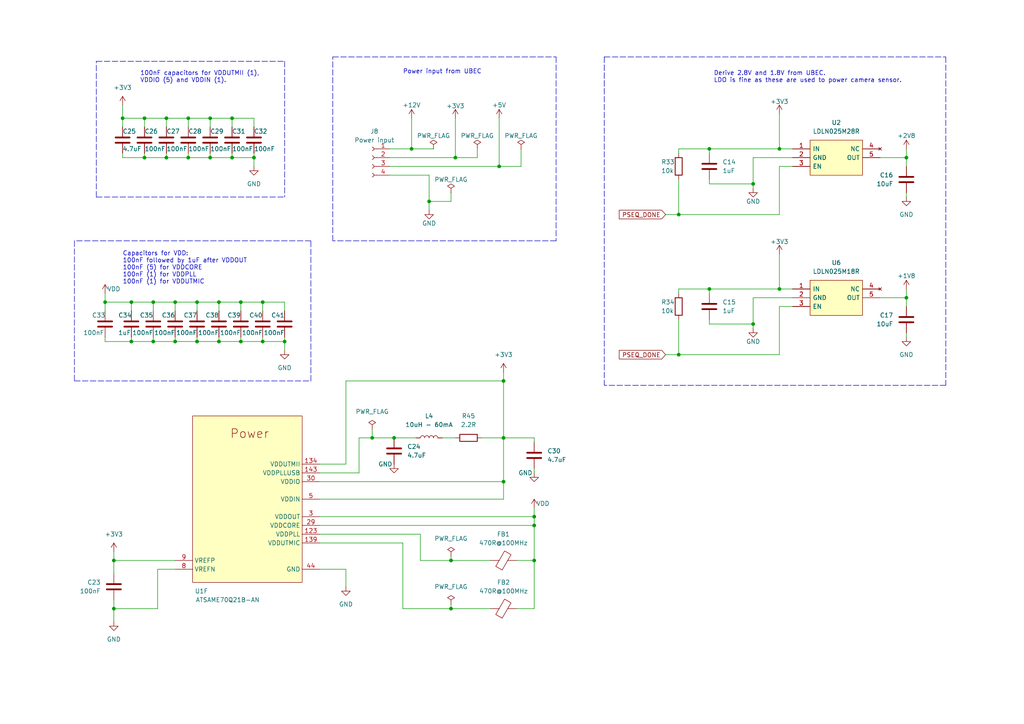
<source format=kicad_sch>
(kicad_sch (version 20211123) (generator eeschema)
  (paper "A4")
  (title_block (title "Flight Controller") (date "2023-01-29") (rev "0.1"))
  (lib_symbols
    (symbol "Connector:Conn_01x04_Female" (pin_names (offset 1.016) hide)
      (property "Reference" "J" (at 0 5.08 0))
      (property "Value" "Conn_01x04_Female" (at 0 -7.62 0))
      (symbol "Conn_01x04_Female_1_1"
        (arc (start 0 -4.572) (mid -0.508 -5.08) (end 0 -5.588) (stroke (width 0.1524)))
        (arc (start 0 -2.032) (mid -0.508 -2.54) (end 0 -3.048) (stroke (width 0.1524)))
        (polyline (pts (xy -1.27 -5.08) (xy -0.508 -5.08)) (stroke (width 0.1524)))
        (polyline (pts (xy -1.27 -2.54) (xy -0.508 -2.54)) (stroke (width 0.1524)))
        (polyline (pts (xy -1.27 0) (xy -0.508 0)) (stroke (width 0.1524)))
        (polyline (pts (xy -1.27 2.54) (xy -0.508 2.54)) (stroke (width 0.1524)))
        (arc (start 0 0.508) (mid -0.508 0) (end 0 -0.508) (stroke (width 0.1524)))
        (arc (start 0 3.048) (mid -0.508 2.54) (end 0 2.032) (stroke (width 0.1524)))
        (pin passive line (at -5.08 2.54 0) (length 3.81) (name "Pin_1") (number "1"))
        (pin passive line (at -5.08 0 0) (length 3.81) (name "Pin_2") (number "2"))
        (pin passive line (at -5.08 -2.54 0) (length 3.81) (name "Pin_3") (number "3"))
        (pin passive line (at -5.08 -5.08 0) (length 3.81) (name "Pin_4") (number "4"))
      )
    )
    (symbol "Device:C" (pin_numbers hide) (pin_names (offset 0.254))
      (property "Reference" "C" (at 0.635 2.54 0))
      (property "Value" "C" (at 0.635 -2.54 0))
      (symbol "C_0_1"
        (polyline (pts (xy -2.032 -0.762) (xy 2.032 -0.762)) (stroke (width 0.508)))
        (polyline (pts (xy -2.032 0.762) (xy 2.032 0.762)) (stroke (width 0.508)))
      )
      (symbol "C_1_1"
        (pin passive line (at 0 3.81 270) (length 2.794) (name "~") (number "1"))
        (pin passive line (at 0 -3.81 90) (length 2.794) (name "~") (number "2"))
      )
    )
    (symbol "Device:FerriteBead" (pin_numbers hide) (pin_names (offset 0))
      (property "Reference" "FB" (at -3.81 0.635 90))
      (property "Value" "FerriteBead" (at 3.81 0 90))
      (symbol "FerriteBead_0_1"
        (polyline (pts (xy 0 -1.27) (xy 0 -1.2192)))
        (polyline (pts (xy 0 1.27) (xy 0 1.2954)))
        (polyline (pts (xy -2.7686 0.4064) (xy -1.7018 2.2606) (xy 2.7686 -0.3048) (xy 1.6764 -2.159) (xy -2.7686 0.4064)))
      )
      (symbol "FerriteBead_1_1"
        (pin passive line (at 0 3.81 270) (length 2.54) (name "~") (number "1"))
        (pin passive line (at 0 -3.81 90) (length 2.54) (name "~") (number "2"))
      )
    )
    (symbol "Device:L" (pin_numbers hide) (pin_names (offset 1.016) hide)
      (property "Reference" "L" (at -1.27 0 90))
      (property "Value" "L" (at 1.905 0 90))
      (symbol "L_0_1"
        (arc (start 0 -2.54) (mid 0.635 -1.905) (end 0 -1.27))
        (arc (start 0 -1.27) (mid 0.635 -0.635) (end 0 0))
        (arc (start 0 0) (mid 0.635 0.635) (end 0 1.27))
        (arc (start 0 1.27) (mid 0.635 1.905) (end 0 2.54))
      )
      (symbol "L_1_1"
        (pin passive line (at 0 3.81 270) (length 1.27) (name "1") (number "1"))
        (pin passive line (at 0 -3.81 90) (length 1.27) (name "2") (number "2"))
      )
    )
    (symbol "Device:R" (pin_numbers hide) (pin_names (offset 0))
      (property "Reference" "R" (at 2.032 0 90))
      (property "Value" "R" (at 0 0 90))
      (symbol "R_0_1"
        (rectangle (start -1.016 -2.54) (end 1.016 2.54) (stroke (width 0.254)))
      )
      (symbol "R_1_1"
        (pin passive line (at 0 3.81 270) (length 1.27) (name "~") (number "1"))
        (pin passive line (at 0 -3.81 90) (length 1.27) (name "~") (number "2"))
      )
    )
    (symbol "LDLN025M18R:LDLN025M18R" (pin_names (offset 0.762))
      (property "Reference" "U" (at 21.59 7.62 0))
      (property "Value" "LDLN025M18R" (at 21.59 5.08 0))
      (symbol "LDLN025M18R_0_0"
        (pin power_in line (at 0 0 0) (length 5.08) (name "IN") (number "1"))
        (pin power_in line (at 0 -2.54 0) (length 5.08) (name "GND") (number "2"))
        (pin input line (at 0 -5.08 0) (length 5.08) (name "EN") (number "3"))
        (pin no_connect line (at 25.4 0 180) (length 5.08) (name "NC") (number "4"))
        (pin power_out line (at 25.4 -2.54 180) (length 5.08) (name "OUT") (number "5"))
      )
      (symbol "LDLN025M18R_0_1"
        (polyline (pts (xy 5.08 2.54) (xy 20.32 2.54) (xy 20.32 -7.62) (xy 5.08 -7.62) (xy 5.08 2.54)) (stroke (width 0.1524)) (fill (type background)))
      )
    )
    (symbol "LDLN025M28R:LDLN025M28R" (pin_names (offset 0.762))
      (property "Reference" "U" (at 21.59 7.62 0))
      (property "Value" "LDLN025M28R" (at 21.59 5.08 0))
      (symbol "LDLN025M28R_0_0"
        (pin power_in line (at 0 0 0) (length 5.08) (name "IN") (number "1"))
        (pin power_in line (at 0 -2.54 0) (length 5.08) (name "GND") (number "2"))
        (pin input line (at 0 -5.08 0) (length 5.08) (name "EN") (number "3"))
        (pin no_connect line (at 25.4 0 180) (length 5.08) (name "NC") (number "4"))
        (pin power_out line (at 25.4 -2.54 180) (length 5.08) (name "OUT") (number "5"))
      )
      (symbol "LDLN025M28R_0_1"
        (polyline (pts (xy 5.08 2.54) (xy 20.32 2.54) (xy 20.32 -7.62) (xy 5.08 -7.62) (xy 5.08 2.54)) (stroke (width 0.1524)) (fill (type background)))
      )
    )
    (symbol "atsame70q21b-an:ATSAME70Q21B-AN"
      (property "Reference" "U2" (at -15.24 -5.08 0))
      (property "Value" "ATSAME70Q21B-AN" (at -7.62 -2.54 0))
      (symbol "ATSAME70Q21B-AN_1_1"
        (rectangle (start -16.51 25.4) (end 16.51 0) (fill (type background)))
        (text "WiFi" (at 0 21.59 0) (effects (font (size 2.54 2.54))))
        (pin output line (at 21.59 13.97 180) (length 5.08) (name "PB4") (number "105"))
        (pin input line (at 21.59 8.89 180) (length 5.08) (name "PB1") (number "20"))
        (pin output clock (at 21.59 6.35 180) (length 5.08) (name "PB0/RTCOUT0") (number "21"))
        (pin output line (at 21.59 11.43 180) (length 5.08) (name "PB2") (number "26"))
      )
      (symbol "ATSAME70Q21B-AN_2_1"
        (rectangle (start -17.78 36.83) (end 16.51 0) (fill (type background)))
        (text "ISI" (at 0 33.02 0) (effects (font (size 2.54 2.54))))
        (pin bidirectional line (at 21.59 27.94 180) (length 5.08) (name "PA6/PCK0") (number "114"))
        (pin bidirectional line (at -22.86 22.86 0) (length 5.08) (name "PB3/ISI_D2") (number "31"))
        (pin bidirectional line (at 21.59 8.89 180) (length 5.08) (name "PA21") (number "32"))
        (pin bidirectional line (at 21.59 6.35 180) (length 5.08) (name "PA22") (number "37"))
        (pin bidirectional line (at 21.59 15.24 180) (length 5.08) (name "PD25/ISI_VREF") (number "52"))
        (pin bidirectional line (at 21.59 17.78 180) (length 5.08) (name "PD24/ISI_HSYNC") (number "55"))
        (pin bidirectional line (at 21.59 22.86 180) (length 5.08) (name "PA24/ISI_PCK") (number "56"))
        (pin bidirectional line (at -22.86 27.94 0) (length 5.08) (name "PD22/ISI_D0") (number "60"))
        (pin bidirectional line (at -22.86 25.4 0) (length 5.08) (name "PD21/ISI_D1") (number "63"))
        (pin bidirectional line (at -22.86 10.16 0) (length 5.08) (name "PA27/ISI_D7") (number "70"))
        (pin bidirectional line (at -22.86 17.78 0) (length 5.08) (name "PA5/ISI_D4") (number "73"))
        (pin bidirectional line (at -22.86 20.32 0) (length 5.08) (name "PA9/ISI_D3") (number "75"))
        (pin bidirectional line (at -22.86 12.7 0) (length 5.08) (name "PD12/ISI_D6") (number "92"))
        (pin bidirectional line (at -22.86 15.24 0) (length 5.08) (name "PD11/ISI_D5") (number "98"))
      )
      (symbol "ATSAME70Q21B-AN_3_1"
        (rectangle (start -19.05 60.96) (end 17.78 0) (fill (type background)))
        (text "SDRAM" (at 0 54.61 0) (effects (font (size 2.54 2.54))))
        (pin bidirectional line (at 22.86 22.86 180) (length 5.08) (name "PE3/D11") (number "10"))
        (pin bidirectional line (at 22.86 5.08 180) (length 5.08) (name "PD15/NBS1") (number "106"))
        (pin bidirectional line (at -24.13 5.08 0) (length 5.08) (name "PD29/SDWE") (number "108"))
        (pin bidirectional line (at 22.86 50.8 180) (length 5.08) (name "PC0/D0") (number "11"))
        (pin bidirectional line (at 22.86 7.62 180) (length 5.08) (name "PC18/NBS0") (number "111"))
        (pin bidirectional line (at -24.13 33.02 0) (length 5.08) (name "PC27/A9") (number "12"))
        (pin bidirectional line (at -24.13 50.8 0) (length 5.08) (name "PC20/A2") (number "120"))
        (pin bidirectional line (at -24.13 48.26 0) (length 5.08) (name "PC21/A3") (number "122"))
        (pin bidirectional line (at -24.13 45.72 0) (length 5.08) (name "PC22/A4") (number "124"))
        (pin bidirectional line (at -24.13 43.18 0) (length 5.08) (name "PC23/A5") (number "127"))
        (pin bidirectional line (at -24.13 35.56 0) (length 5.08) (name "PC26/A8") (number "13"))
        (pin bidirectional line (at -24.13 40.64 0) (length 5.08) (name "PC24/A6") (number "130"))
        (pin bidirectional line (at -24.13 38.1 0) (length 5.08) (name "PC25/A7") (number "133"))
        (pin bidirectional line (at -24.13 27.94 0) (length 5.08) (name "PC29/A11") (number "16"))
        (pin bidirectional line (at -24.13 12.7 0) (length 5.08) (name "PC15/SDCS") (number "18"))
        (pin bidirectional line (at -24.13 22.86 0) (length 5.08) (name "PA20/BA0") (number "22"))
        (pin bidirectional line (at 22.86 20.32 180) (length 5.08) (name "PE4/D12") (number "27"))
        (pin bidirectional line (at 22.86 17.78 180) (length 5.08) (name "PE5/D13") (number "28"))
        (pin bidirectional line (at 22.86 48.26 180) (length 5.08) (name "PC1/D1") (number "38"))
        (pin bidirectional line (at 22.86 45.72 180) (length 5.08) (name "PC2/D2") (number "39"))
        (pin bidirectional line (at 22.86 30.48 180) (length 5.08) (name "PE0/D8") (number "4"))
        (pin bidirectional line (at 22.86 43.18 180) (length 5.08) (name "PC3/D3") (number "40"))
        (pin bidirectional line (at 22.86 40.64 180) (length 5.08) (name "PC4/D4") (number "41"))
        (pin bidirectional line (at 22.86 12.7 180) (length 5.08) (name "PA16/D15") (number "45"))
        (pin bidirectional line (at 22.86 33.02 180) (length 5.08) (name "PC7/D7") (number "48"))
        (pin bidirectional line (at 22.86 15.24 180) (length 5.08) (name "PA15/D14") (number "49"))
        (pin bidirectional line (at 22.86 35.56 180) (length 5.08) (name "PC6/D6") (number "54"))
        (pin bidirectional line (at -24.13 17.78 0) (length 5.08) (name "PD23/SDCK") (number "57"))
        (pin bidirectional line (at 22.86 38.1 180) (length 5.08) (name "PC5/D5") (number "58"))
        (pin bidirectional line (at 22.86 27.94 180) (length 5.08) (name "PE1/D9") (number "6"))
        (pin bidirectional line (at 22.86 25.4 180) (length 5.08) (name "PE2/D10") (number "7"))
        (pin bidirectional line (at -24.13 7.62 0) (length 5.08) (name "PD17/CAS") (number "74"))
        (pin bidirectional line (at -24.13 30.48 0) (length 5.08) (name "PC28/A10") (number "76"))
        (pin bidirectional line (at -24.13 10.16 0) (length 5.08) (name "PD16/RAS") (number "78"))
        (pin bidirectional line (at -24.13 15.24 0) (length 5.08) (name "PD14/SDCKE") (number "84"))
        (pin bidirectional line (at -24.13 25.4 0) (length 5.08) (name "PD13/SDA10") (number "88"))
      )
      (symbol "ATSAME70Q21B-AN_4_1"
        (rectangle (start -21.59 39.37) (end 22.86 0) (fill (type background)))
        (text "Serial" (at 0 34.29 0) (effects (font (size 2.54 2.54))))
        (pin input line (at 27.94 8.89 180) (length 5.08) (name "PC12/CANRX") (number "17"))
        (pin output line (at 27.94 3.81 180) (length 5.08) (name "PC13") (number "19"))
        (pin input line (at -26.67 6.35 0) (length 5.08) (name "PD31/URXD3") (number "2"))
        (pin output line (at -26.67 8.89 0) (length 5.08) (name "P30/UTXD3") (number "34"))
        (pin output line (at 27.94 21.59 180) (length 5.08) (name "PA13/SQPI_QIO0") (number "42"))
        (pin output clock (at 27.94 26.67 180) (length 5.08) (name "PA14/QSPI_SCK") (number "51"))
        (pin output line (at 27.94 24.13 180) (length 5.08) (name "PA11/QSPI_QCS") (number "64"))
        (pin input line (at 27.94 29.21 180) (length 5.08) (name "PA12/QSPI_QIO1") (number "68"))
        (pin output clock (at -26.67 26.67 0) (length 5.08) (name "PA4/TWCK0") (number "77"))
        (pin bidirectional line (at -26.67 29.21 0) (length 5.08) (name "PA3/TWD0") (number "91"))
        (pin output line (at 27.94 6.35 180) (length 5.08) (name "PC14/CANTX1") (number "97"))
      )
      (symbol "ATSAME70Q21B-AN_5_1"
        (rectangle (start -19.05 38.1) (end 17.78 0) (fill (type background)))
        (text "Debug" (at 0 31.75 0) (effects (font (size 2.54 2.54))))
        (pin input line (at -24.13 17.78 0) (length 5.08) (name "JTAGSEL") (number "104"))
        (pin bidirectional line (at -24.13 5.08 0) (length 5.08) (name "PB5/TRACESWO") (number "109"))
        (pin output clock (at 22.86 15.24 180) (length 5.08) (name "PD8/TRACEDCLK") (number "113"))
        (pin input line (at 22.86 17.78 180) (length 5.08) (name "PD7/TRACED3") (number "119"))
        (pin input line (at 22.86 20.32 180) (length 5.08) (name "PD6/TRACED2") (number "121"))
        (pin input line (at 22.86 22.86 180) (length 5.08) (name "PD5/TRACED1") (number "125"))
        (pin input line (at 22.86 25.4 180) (length 5.08) (name "PD4/TRACED0") (number "126"))
        (pin bidirectional line (at -24.13 7.62 0) (length 5.08) (name "PB6/SWIO") (number "79"))
        (pin bidirectional line (at -24.13 25.4 0) (length 5.08) (name "NRST") (number "83"))
        (pin input line (at -24.13 22.86 0) (length 5.08) (name "TST") (number "85"))
        (pin input clock (at -24.13 10.16 0) (length 5.08) (name "PB7/SWCLK") (number "89"))
      )
      (symbol "ATSAME70Q21B-AN_6_1"
        (rectangle (start -17.78 48.26) (end 13.97 0) (fill (type background)))
        (text "Power" (at -1.27 43.18 0) (effects (font (size 2.54 2.54))))
        (pin passive line (at 19.05 16.51 180) (length 5.08) hide (name "VDDCORE") (number "107"))
        (pin passive line (at 19.05 3.81 180) (length 5.08) hide (name "GND") (number "115"))
        (pin power_in line (at 19.05 13.97 180) (length 5.08) (name "VDDPLL") (number "123"))
        (pin power_in line (at 19.05 34.29 180) (length 5.08) (name "VDDUTMII") (number "134"))
        (pin passive line (at 19.05 3.81 180) (length 5.08) hide (name "GND") (number "135"))
        (pin passive line (at 19.05 3.81 180) (length 5.08) hide (name "GND") (number "138"))
        (pin power_in line (at 19.05 11.43 180) (length 5.08) (name "VDDUTMIC") (number "139"))
        (pin power_in line (at 19.05 31.75 180) (length 5.08) (name "VDDPLLUSB") (number "143"))
        (pin power_in line (at 19.05 16.51 180) (length 5.08) (name "VDDCORE") (number "29"))
        (pin power_out line (at 19.05 19.05 180) (length 5.08) (name "VDDOUT") (number "3"))
        (pin power_in line (at 19.05 29.21 180) (length 5.08) (name "VDDIO") (number "30"))
        (pin passive line (at 19.05 16.51 180) (length 5.08) hide (name "VDDCORE") (number "33"))
        (pin passive line (at 19.05 29.21 180) (length 5.08) hide (name "VDDIO") (number "43"))
        (pin power_in line (at 19.05 3.81 180) (length 5.08) (name "GND") (number "44"))
        (pin power_in line (at 19.05 24.13 180) (length 5.08) (name "VDDIN") (number "5"))
        (pin passive line (at 19.05 16.51 180) (length 5.08) hide (name "VDDCORE") (number "50"))
        (pin passive line (at 19.05 3.81 180) (length 5.08) hide (name "GND") (number "61"))
        (pin passive line (at 19.05 29.21 180) (length 5.08) hide (name "VDDIO") (number "72"))
        (pin power_in line (at -22.86 3.81 0) (length 5.08) (name "VREFN") (number "8"))
        (pin passive line (at 19.05 29.21 180) (length 5.08) hide (name "VDDIO") (number "80"))
        (pin passive line (at 19.05 16.51 180) (length 5.08) hide (name "VDDCORE") (number "81"))
        (pin power_in line (at -22.86 6.35 0) (length 5.08) (name "VREFP") (number "9"))
        (pin passive line (at 19.05 3.81 180) (length 5.08) hide (name "GND") (number "95"))
        (pin passive line (at 19.05 29.21 180) (length 5.08) hide (name "VDDIO") (number "96"))
      )
      (symbol "ATSAME70Q21B-AN_7_1"
        (rectangle (start -27.94 72.39) (end 26.67 0) (fill (type background)))
        (rectangle (start 31.75 63.5) (end 31.75 63.5))
        (text "GPIO/EXTI" (at -1.27 62.23 0) (effects (font (size 2.54 2.54))))
        (pin bidirectional line (at 31.75 34.29 180) (length 5.08) (name "PD0") (number "1"))
        (pin bidirectional line (at 31.75 49.53 180) (length 5.08) (name "PC16") (number "100"))
        (pin bidirectional line (at 31.75 21.59 180) (length 5.08) (name "PD10") (number "101"))
        (pin bidirectional line (at -33.02 46.99 0) (length 5.08) (name "PA0") (number "102"))
        (pin bidirectional line (at 31.75 46.99 180) (length 5.08) (name "PC17") (number "103"))
        (pin bidirectional line (at 31.75 24.13 180) (length 5.08) (name "PD9") (number "110"))
        (pin bidirectional line (at -33.02 21.59 0) (length 5.08) (name "PA28") (number "112"))
        (pin bidirectional line (at -33.02 16.51 0) (length 5.08) (name "PA30") (number "116"))
        (pin bidirectional line (at 31.75 44.45 180) (length 5.08) (name "PC19") (number "117"))
        (pin bidirectional line (at -33.02 13.97 0) (length 5.08) (name "PA31") (number "118"))
        (pin bidirectional line (at 31.75 26.67 180) (length 5.08) (name "PD3") (number "128"))
        (pin bidirectional line (at -33.02 19.05 0) (length 5.08) (name "PA29") (number "129"))
        (pin bidirectional line (at 31.75 29.21 180) (length 5.08) (name "PD2") (number "131"))
        (pin bidirectional line (at 31.75 31.75 180) (length 5.08) (name "PD1") (number "132"))
        (pin bidirectional line (at 31.75 39.37 180) (length 5.08) (name "PC31") (number "14"))
        (pin bidirectional line (at 31.75 41.91 180) (length 5.08) (name "PC30") (number "15"))
        (pin bidirectional line (at -33.02 31.75 0) (length 5.08) (name "PA19") (number "23"))
        (pin bidirectional line (at -33.02 34.29 0) (length 5.08) (name "PA18") (number "24"))
        (pin bidirectional line (at -33.02 36.83 0) (length 5.08) (name "PA17") (number "25"))
        (pin bidirectional line (at -33.02 29.21 0) (length 5.08) (name "PA23") (number "46"))
        (pin bidirectional line (at 31.75 8.89 180) (length 5.08) (name "PD27") (number "47"))
        (pin bidirectional line (at 31.75 11.43 180) (length 5.08) (name "PD26") (number "53"))
        (pin bidirectional line (at -33.02 26.67 0) (length 5.08) (name "PA25") (number "59"))
        (pin bidirectional line (at -33.02 24.13 0) (length 5.08) (name "PA26") (number "62"))
        (pin bidirectional line (at 31.75 13.97 180) (length 5.08) (name "PD20") (number "65"))
        (pin bidirectional line (at -33.02 39.37 0) (length 5.08) (name "PA10") (number "66"))
        (pin bidirectional line (at 31.75 16.51 180) (length 5.08) (name "PD19") (number "67"))
        (pin bidirectional line (at 31.75 19.05 180) (length 5.08) (name "PD18") (number "69"))
        (pin bidirectional line (at 31.75 6.35 180) (length 5.08) (name "PD28") (number "71"))
        (pin bidirectional line (at 31.75 59.69 180) (length 5.08) (name "PC8") (number "82"))
        (pin bidirectional line (at 31.75 57.15 180) (length 5.08) (name "PC9") (number "86"))
        (pin bidirectional line (at -33.02 8.89 0) (length 5.08) (name "PB12/ERASE") (number "87"))
        (pin bidirectional line (at 31.75 54.61 180) (length 5.08) (name "PC10") (number "90"))
        (pin bidirectional line (at -33.02 41.91 0) (length 5.08) (name "PA2") (number "93"))
        (pin bidirectional line (at 31.75 52.07 180) (length 5.08) (name "PC11") (number "94"))
        (pin bidirectional line (at -33.02 44.45 0) (length 5.08) (name "PA1") (number "99"))
      )
      (symbol "ATSAME70Q21B-AN_8_1"
        (rectangle (start -13.97 25.4) (end 15.24 0) (fill (type background)))
        (text "USB" (at 0 21.59 0) (effects (font (size 2.54 2.54))))
        (pin bidirectional line (at -19.05 8.89 0) (length 5.08) (name "HSDM") (number "136"))
        (pin bidirectional line (at -19.05 11.43 0) (length 5.08) (name "HSDP") (number "137"))
        (pin input line (at -19.05 6.35 0) (length 5.08) (name "VBG") (number "140"))
        (pin bidirectional line (at -19.05 16.51 0) (length 5.08) (name "PB13") (number "144"))
      )
      (symbol "ATSAME70Q21B-AN_9_1"
        (rectangle (start -16.51 17.78) (end 16.51 0) (fill (type background)))
        (text "Crystals" (at 0 13.97 0) (effects (font (size 2.54 2.54))))
        (pin bidirectional line (at 21.59 7.62 180) (length 5.08) (name "PB8/XOUT") (number "141"))
        (pin bidirectional line (at 21.59 5.08 180) (length 5.08) (name "PB9/XIN") (number "142"))
        (pin bidirectional line (at -21.59 7.62 0) (length 5.08) (name "PA7/XIN32") (number "35"))
        (pin bidirectional line (at -21.59 5.08 0) (length 5.08) (name "PA8/XOUT32") (number "36"))
      )
    )
    (symbol "power:+12V" (power) (pin_names (offset 0))
      (property "Value" "+12V" (at 0 3.556 0))
      (symbol "+12V_0_1"
        (polyline (pts (xy -0.762 1.27) (xy 0 2.54)))
        (polyline (pts (xy 0 0) (xy 0 2.54)))
        (polyline (pts (xy 0 2.54) (xy 0.762 1.27)))
      )
      (symbol "+12V_1_1"
        (pin power_in line (at 0 0 90) (length 0) hide (name "+12V") (number "1"))
      )
    )
    (symbol "power:+1V8" (power) (pin_names (offset 0))
      (property "Value" "+1V8" (at 0 3.556 0))
      (symbol "+1V8_0_1"
        (polyline (pts (xy -0.762 1.27) (xy 0 2.54)))
        (polyline (pts (xy 0 0) (xy 0 2.54)))
        (polyline (pts (xy 0 2.54) (xy 0.762 1.27)))
      )
      (symbol "+1V8_1_1"
        (pin power_in line (at 0 0 90) (length 0) hide (name "+1V8") (number "1"))
      )
    )
    (symbol "power:+2V8" (power) (pin_names (offset 0))
      (property "Value" "+2V8" (at 0 3.556 0))
      (symbol "+2V8_0_1"
        (polyline (pts (xy -0.762 1.27) (xy 0 2.54)))
        (polyline (pts (xy 0 0) (xy 0 2.54)))
        (polyline (pts (xy 0 2.54) (xy 0.762 1.27)))
      )
      (symbol "+2V8_1_1"
        (pin power_in line (at 0 0 90) (length 0) hide (name "+2V8") (number "1"))
      )
    )
    (symbol "power:+3V3" (power) (pin_names (offset 0))
      (property "Value" "+3V3" (at 0 3.556 0))
      (symbol "+3V3_0_1"
        (polyline (pts (xy -0.762 1.27) (xy 0 2.54)))
        (polyline (pts (xy 0 0) (xy 0 2.54)))
        (polyline (pts (xy 0 2.54) (xy 0.762 1.27)))
      )
      (symbol "+3V3_1_1"
        (pin power_in line (at 0 0 90) (length 0) hide (name "+3V3") (number "1"))
      )
    )
    (symbol "power:+5V" (power) (pin_names (offset 0))
      (property "Value" "+5V" (at 0 3.556 0))
      (symbol "+5V_0_1"
        (polyline (pts (xy -0.762 1.27) (xy 0 2.54)))
        (polyline (pts (xy 0 0) (xy 0 2.54)))
        (polyline (pts (xy 0 2.54) (xy 0.762 1.27)))
      )
      (symbol "+5V_1_1"
        (pin power_in line (at 0 0 90) (length 0) hide (name "+5V") (number "1"))
      )
    )
    (symbol "power:GND" (power) (pin_names (offset 0))
      (property "Value" "GND" (at 0 -3.81 0))
      (symbol "GND_0_1"
        (polyline (pts (xy 0 0) (xy 0 -1.27) (xy 1.27 -1.27) (xy 0 -2.54) (xy -1.27 -1.27) (xy 0 -1.27)))
      )
      (symbol "GND_1_1"
        (pin power_in line (at 0 0 270) (length 0) hide (name "GND") (number "1"))
      )
    )
    (symbol "power:PWR_FLAG" (power) (pin_numbers hide) (pin_names (offset 0) hide)
      (property "Value" "PWR_FLAG" (at 0 3.81 0))
      (symbol "PWR_FLAG_0_0"
        (pin power_out line (at 0 0 90) (length 0) (name "pwr") (number "1"))
      )
      (symbol "PWR_FLAG_0_1"
        (polyline (pts (xy 0 0) (xy 0 1.27) (xy -1.016 1.905) (xy 0 2.54) (xy 1.016 1.905) (xy 0 1.27)))
      )
    )
    (symbol "power:VDD" (power) (pin_names (offset 0))
      (property "Value" "VDD" (at 0 3.81 0))
      (symbol "VDD_0_1"
        (polyline (pts (xy -0.762 1.27) (xy 0 2.54)))
        (polyline (pts (xy 0 0) (xy 0 2.54)))
        (polyline (pts (xy 0 2.54) (xy 0.762 1.27)))
      )
      (symbol "VDD_1_1"
        (pin power_in line (at 0 0 90) (length 0) hide (name "VDD") (number "1"))
      )
    )
  )
  (junction (at 63.5 87.63))
  (junction (at 57.15 99.06))
  (junction (at 196.85 102.87))
  (junction (at 67.31 34.29))
  (junction (at 33.02 176.53))
  (junction (at 44.45 87.63))
  (junction (at 57.15 87.63))
  (junction (at 82.55 99.06))
  (junction (at 50.8 87.63))
  (junction (at 76.2 87.63))
  (junction (at 30.48 87.63))
  (junction (at 44.45 99.06))
  (junction (at 48.26 34.29))
  (junction (at 41.91 45.72))
  (junction (at 262.89 86.36))
  (junction (at 63.5 99.06))
  (junction (at 154.94 162.56))
  (junction (at 69.85 99.06))
  (junction (at 67.31 45.72))
  (junction (at 132.08 45.72))
  (junction (at 114.3 127))
  (junction (at 196.85 62.23))
  (junction (at 119.38 43.18))
  (junction (at 48.26 45.72))
  (junction (at 124.46 58.42))
  (junction (at 54.61 34.29))
  (junction (at 144.78 48.26))
  (junction (at 50.8 99.06))
  (junction (at 146.05 127))
  (junction (at 205.74 43.18))
  (junction (at 146.05 110.49))
  (junction (at 60.96 34.29))
  (junction (at 38.1 99.06))
  (junction (at 33.02 162.56))
  (junction (at 69.85 87.63))
  (junction (at 35.56 34.29))
  (junction (at 226.06 83.82))
  (junction (at 76.2 99.06))
  (junction (at 154.94 149.86))
  (junction (at 218.44 53.34))
  (junction (at 262.89 45.72))
  (junction (at 107.95 127))
  (junction (at 205.74 83.82))
  (junction (at 154.94 152.4))
  (junction (at 54.61 45.72))
  (junction (at 146.05 139.7))
  (junction (at 73.66 45.72))
  (junction (at 226.06 43.18))
  (junction (at 60.96 45.72))
  (junction (at 38.1 87.63))
  (junction (at 218.44 93.98))
  (junction (at 130.81 162.56))
  (junction (at 130.81 176.53))
  (junction (at 41.91 34.29))
  (wire (pts (xy 30.48 97.79) (xy 30.48 99.06)))
  (wire (pts (xy 218.44 53.34) (xy 218.44 45.72)))
  (polyline (pts (xy 90.17 69.85) (xy 21.59 69.85)))
  (wire (pts (xy 149.86 176.53) (xy 154.94 176.53)))
  (wire (pts (xy 218.44 95.25) (xy 218.44 93.98)))
  (wire (pts (xy 76.2 87.63) (xy 76.2 90.17)))
  (wire (pts (xy 69.85 90.17) (xy 69.85 87.63)))
  (wire (pts (xy 35.56 44.45) (xy 35.56 45.72)))
  (wire (pts (xy 218.44 86.36) (xy 229.87 86.36)))
  (wire (pts (xy 262.89 96.52) (xy 262.89 97.79)))
  (wire (pts (xy 60.96 44.45) (xy 60.96 45.72)))
  (wire (pts (xy 48.26 36.83) (xy 48.26 34.29)))
  (wire (pts (xy 48.26 34.29) (xy 54.61 34.29)))
  (wire (pts (xy 38.1 87.63) (xy 44.45 87.63)))
  (wire (pts (xy 48.26 45.72) (xy 48.26 44.45)))
  (polyline (pts (xy 161.29 16.51) (xy 161.29 69.85)))
  (wire (pts (xy 130.81 175.26) (xy 130.81 176.53)))
  (wire (pts (xy 116.84 157.48) (xy 116.84 176.53)))
  (wire (pts (xy 218.44 54.61) (xy 218.44 53.34)))
  (wire (pts (xy 218.44 45.72) (xy 229.87 45.72)))
  (wire (pts (xy 30.48 90.17) (xy 30.48 87.63)))
  (wire (pts (xy 82.55 99.06) (xy 82.55 101.6)))
  (wire (pts (xy 69.85 99.06) (xy 69.85 97.79)))
  (wire (pts (xy 50.8 87.63) (xy 50.8 90.17)))
  (wire (pts (xy 121.92 162.56) (xy 130.81 162.56)))
  (wire (pts (xy 76.2 99.06) (xy 69.85 99.06)))
  (wire (pts (xy 100.33 165.1) (xy 100.33 170.18)))
  (wire (pts (xy 92.71 137.16) (xy 104.14 137.16)))
  (wire (pts (xy 205.74 43.18) (xy 226.06 43.18)))
  (wire (pts (xy 130.81 162.56) (xy 142.24 162.56)))
  (wire (pts (xy 193.04 102.87) (xy 196.85 102.87)))
  (polyline (pts (xy 21.59 69.85) (xy 21.59 110.49)))
  (wire (pts (xy 92.71 152.4) (xy 154.94 152.4)))
  (wire (pts (xy 107.95 124.46) (xy 107.95 127)))
  (wire (pts (xy 41.91 36.83) (xy 41.91 34.29)))
  (wire (pts (xy 44.45 99.06) (xy 44.45 97.79)))
  (wire (pts (xy 151.13 48.26) (xy 151.13 43.18)))
  (wire (pts (xy 30.48 99.06) (xy 38.1 99.06)))
  (wire (pts (xy 114.3 127) (xy 120.65 127)))
  (wire (pts (xy 262.89 83.82) (xy 262.89 86.36)))
  (wire (pts (xy 38.1 99.06) (xy 44.45 99.06)))
  (wire (pts (xy 205.74 83.82) (xy 226.06 83.82)))
  (wire (pts (xy 116.84 176.53) (xy 130.81 176.53)))
  (wire (pts (xy 41.91 34.29) (xy 48.26 34.29)))
  (wire (pts (xy 107.95 127) (xy 114.3 127)))
  (wire (pts (xy 116.84 157.48) (xy 92.71 157.48)))
  (wire (pts (xy 60.96 45.72) (xy 67.31 45.72)))
  (wire (pts (xy 196.85 52.07) (xy 196.85 62.23)))
  (wire (pts (xy 128.27 127) (xy 132.08 127)))
  (wire (pts (xy 73.66 45.72) (xy 73.66 44.45)))
  (polyline (pts (xy 27.94 17.78) (xy 82.55 17.78)))
  (wire (pts (xy 146.05 127) (xy 154.94 127)))
  (wire (pts (xy 113.03 50.8) (xy 124.46 50.8)))
  (wire (pts (xy 146.05 144.78) (xy 146.05 139.7)))
  (wire (pts (xy 73.66 45.72) (xy 73.66 48.26)))
  (wire (pts (xy 226.06 88.9) (xy 226.06 102.87)))
  (wire (pts (xy 82.55 90.17) (xy 82.55 87.63)))
  (polyline (pts (xy 274.32 111.76) (xy 175.26 111.76)))
  (wire (pts (xy 154.94 162.56) (xy 154.94 152.4)))
  (wire (pts (xy 54.61 44.45) (xy 54.61 45.72)))
  (wire (pts (xy 54.61 45.72) (xy 48.26 45.72)))
  (wire (pts (xy 104.14 127) (xy 107.95 127)))
  (wire (pts (xy 92.71 139.7) (xy 146.05 139.7)))
  (wire (pts (xy 196.85 44.45) (xy 196.85 43.18)))
  (polyline (pts (xy 82.55 17.78) (xy 82.55 57.15)))
  (wire (pts (xy 113.03 43.18) (xy 119.38 43.18)))
  (wire (pts (xy 130.81 161.29) (xy 130.81 162.56)))
  (wire (pts (xy 67.31 45.72) (xy 73.66 45.72)))
  (wire (pts (xy 104.14 137.16) (xy 104.14 127)))
  (wire (pts (xy 38.1 97.79) (xy 38.1 99.06)))
  (wire (pts (xy 54.61 45.72) (xy 60.96 45.72)))
  (wire (pts (xy 38.1 87.63) (xy 38.1 90.17)))
  (wire (pts (xy 262.89 86.36) (xy 262.89 88.9)))
  (polyline (pts (xy 175.26 16.51) (xy 274.32 16.51)))
  (wire (pts (xy 92.71 144.78) (xy 146.05 144.78)))
  (wire (pts (xy 226.06 83.82) (xy 229.87 83.82)))
  (wire (pts (xy 60.96 34.29) (xy 67.31 34.29)))
  (polyline (pts (xy 27.94 57.15) (xy 82.55 57.15)))
  (wire (pts (xy 33.02 176.53) (xy 33.02 180.34)))
  (wire (pts (xy 69.85 87.63) (xy 76.2 87.63)))
  (wire (pts (xy 196.85 83.82) (xy 205.74 83.82)))
  (wire (pts (xy 113.03 45.72) (xy 132.08 45.72)))
  (polyline (pts (xy 274.32 16.51) (xy 274.32 111.76)))
  (polyline (pts (xy 27.94 17.78) (xy 27.94 17.78)))
  (wire (pts (xy 154.94 135.89) (xy 154.94 137.16)))
  (polyline (pts (xy 175.26 16.51) (xy 175.26 111.76)))
  (wire (pts (xy 54.61 34.29) (xy 60.96 34.29)))
  (wire (pts (xy 45.72 165.1) (xy 45.72 176.53)))
  (wire (pts (xy 124.46 58.42) (xy 124.46 50.8)))
  (wire (pts (xy 124.46 58.42) (xy 130.81 58.42)))
  (wire (pts (xy 76.2 99.06) (xy 82.55 99.06)))
  (wire (pts (xy 205.74 53.34) (xy 218.44 53.34)))
  (wire (pts (xy 41.91 45.72) (xy 48.26 45.72)))
  (wire (pts (xy 33.02 162.56) (xy 50.8 162.56)))
  (wire (pts (xy 63.5 97.79) (xy 63.5 99.06)))
  (wire (pts (xy 45.72 165.1) (xy 50.8 165.1)))
  (wire (pts (xy 146.05 127) (xy 139.7 127)))
  (polyline (pts (xy 27.94 57.15) (xy 27.94 17.78)))
  (wire (pts (xy 76.2 87.63) (xy 82.55 87.63)))
  (wire (pts (xy 196.85 43.18) (xy 205.74 43.18)))
  (wire (pts (xy 57.15 99.06) (xy 50.8 99.06)))
  (wire (pts (xy 226.06 73.66) (xy 226.06 83.82)))
  (wire (pts (xy 33.02 173.99) (xy 33.02 176.53)))
  (wire (pts (xy 33.02 160.02) (xy 33.02 162.56)))
  (wire (pts (xy 100.33 110.49) (xy 146.05 110.49)))
  (wire (pts (xy 35.56 34.29) (xy 41.91 34.29)))
  (wire (pts (xy 146.05 127) (xy 146.05 139.7)))
  (polyline (pts (xy 175.26 16.51) (xy 175.26 26.67)))
  (wire (pts (xy 35.56 45.72) (xy 41.91 45.72)))
  (wire (pts (xy 154.94 127) (xy 154.94 128.27)))
  (wire (pts (xy 196.85 62.23) (xy 226.06 62.23)))
  (wire (pts (xy 63.5 99.06) (xy 57.15 99.06)))
  (wire (pts (xy 67.31 44.45) (xy 67.31 45.72)))
  (wire (pts (xy 113.03 48.26) (xy 144.78 48.26)))
  (wire (pts (xy 226.06 33.02) (xy 226.06 43.18)))
  (wire (pts (xy 146.05 107.95) (xy 146.05 110.49)))
  (wire (pts (xy 60.96 34.29) (xy 60.96 36.83)))
  (polyline (pts (xy 96.52 16.51) (xy 161.29 16.51)))
  (wire (pts (xy 255.27 45.72) (xy 262.89 45.72)))
  (wire (pts (xy 196.85 92.71) (xy 196.85 102.87)))
  (wire (pts (xy 205.74 44.45) (xy 205.74 43.18)))
  (wire (pts (xy 44.45 87.63) (xy 50.8 87.63)))
  (wire (pts (xy 205.74 93.98) (xy 218.44 93.98)))
  (wire (pts (xy 63.5 99.06) (xy 69.85 99.06)))
  (wire (pts (xy 154.94 149.86) (xy 154.94 152.4)))
  (wire (pts (xy 30.48 85.09) (xy 30.48 87.63)))
  (wire (pts (xy 92.71 154.94) (xy 121.92 154.94)))
  (wire (pts (xy 57.15 87.63) (xy 57.15 90.17)))
  (wire (pts (xy 35.56 34.29) (xy 35.56 36.83)))
  (wire (pts (xy 121.92 154.94) (xy 121.92 162.56)))
  (wire (pts (xy 54.61 34.29) (xy 54.61 36.83)))
  (wire (pts (xy 44.45 99.06) (xy 50.8 99.06)))
  (wire (pts (xy 146.05 110.49) (xy 146.05 127)))
  (wire (pts (xy 144.78 48.26) (xy 151.13 48.26)))
  (wire (pts (xy 67.31 34.29) (xy 67.31 36.83)))
  (wire (pts (xy 154.94 162.56) (xy 154.94 176.53)))
  (polyline (pts (xy 161.29 69.85) (xy 96.52 69.85)))
  (wire (pts (xy 132.08 34.29) (xy 132.08 45.72)))
  (wire (pts (xy 50.8 97.79) (xy 50.8 99.06)))
  (wire (pts (xy 57.15 87.63) (xy 50.8 87.63)))
  (wire (pts (xy 92.71 149.86) (xy 154.94 149.86)))
  (polyline (pts (xy 21.59 110.49) (xy 90.17 110.49)))
  (wire (pts (xy 100.33 110.49) (xy 100.33 134.62)))
  (wire (pts (xy 45.72 176.53) (xy 33.02 176.53)))
  (wire (pts (xy 255.27 86.36) (xy 262.89 86.36)))
  (wire (pts (xy 63.5 87.63) (xy 69.85 87.63)))
  (wire (pts (xy 226.06 48.26) (xy 229.87 48.26)))
  (wire (pts (xy 130.81 176.53) (xy 142.24 176.53)))
  (wire (pts (xy 149.86 162.56) (xy 154.94 162.56)))
  (wire (pts (xy 138.43 45.72) (xy 138.43 43.18)))
  (wire (pts (xy 196.85 85.09) (xy 196.85 83.82)))
  (wire (pts (xy 119.38 43.18) (xy 125.73 43.18)))
  (wire (pts (xy 154.94 147.32) (xy 154.94 149.86)))
  (wire (pts (xy 226.06 88.9) (xy 229.87 88.9)))
  (polyline (pts (xy 96.52 69.85) (xy 96.52 16.51)))
  (wire (pts (xy 196.85 102.87) (xy 226.06 102.87)))
  (wire (pts (xy 44.45 87.63) (xy 44.45 90.17)))
  (wire (pts (xy 73.66 34.29) (xy 73.66 36.83)))
  (wire (pts (xy 205.74 85.09) (xy 205.74 83.82)))
  (wire (pts (xy 262.89 43.18) (xy 262.89 45.72)))
  (wire (pts (xy 33.02 166.37) (xy 33.02 162.56)))
  (wire (pts (xy 218.44 93.98) (xy 218.44 86.36)))
  (wire (pts (xy 41.91 44.45) (xy 41.91 45.72)))
  (polyline (pts (xy 90.17 110.49) (xy 90.17 69.85)))
  (wire (pts (xy 262.89 55.88) (xy 262.89 57.15)))
  (wire (pts (xy 76.2 97.79) (xy 76.2 99.06)))
  (wire (pts (xy 205.74 52.07) (xy 205.74 53.34)))
  (wire (pts (xy 262.89 45.72) (xy 262.89 48.26)))
  (wire (pts (xy 57.15 97.79) (xy 57.15 99.06)))
  (wire (pts (xy 205.74 92.71) (xy 205.74 93.98)))
  (wire (pts (xy 130.81 58.42) (xy 130.81 55.88)))
  (wire (pts (xy 132.08 45.72) (xy 138.43 45.72)))
  (wire (pts (xy 226.06 43.18) (xy 229.87 43.18)))
  (wire (pts (xy 30.48 87.63) (xy 38.1 87.63)))
  (wire (pts (xy 193.04 62.23) (xy 196.85 62.23)))
  (wire (pts (xy 119.38 34.29) (xy 119.38 43.18)))
  (wire (pts (xy 57.15 87.63) (xy 63.5 87.63)))
  (wire (pts (xy 67.31 34.29) (xy 73.66 34.29)))
  (wire (pts (xy 144.78 34.29) (xy 144.78 48.26)))
  (wire (pts (xy 63.5 87.63) (xy 63.5 90.17)))
  (wire (pts (xy 100.33 134.62) (xy 92.71 134.62)))
  (wire (pts (xy 82.55 99.06) (xy 82.55 97.79)))
  (wire (pts (xy 35.56 30.48) (xy 35.56 34.29)))
  (wire (pts (xy 226.06 48.26) (xy 226.06 62.23)))
  (wire (pts (xy 124.46 60.96) (xy 124.46 58.42)))
  (wire (pts (xy 100.33 165.1) (xy 92.71 165.1)))
  (text "Capacitors for VDD:\n100nF followed by 1uF after VDDOUT\n100nF (5) for VDDCORE\n100nF (1) for VDDPLL\n100nF (1) for VDDUTMIC" (at 35.56 82.55 0) (effects (font (size 1.27 1.27)) (justify left bottom)))
  (text "Power input from UBEC" (at 116.84 21.59 0) (effects (font (size 1.27 1.27)) (justify left bottom)))
  (text "100nF capacitors for VDDUTMII (1),\nVDDIO (5) and VDDIN (1)." (at 40.64 24.13 0) (effects (font (size 1.27 1.27)) (justify left bottom)))
  (text "Derive 2.8V and 1.8V from UBEC.\nLDO is fine as these are used to power camera sensor." (at 207.01 24.13 0) (effects (font (size 1.27 1.27)) (justify left bottom)))
  (global_label "PSEQ_DONE" (shape input) (at 193.04 102.87 180) (property "Intersheet References" "${INTERSHEET_REFS}" (effects hide)))
  (global_label "PSEQ_DONE" (shape input) (at 193.04 62.23 180) (property "Intersheet References" "${INTERSHEET_REFS}" (effects hide)))
  (symbol (lib_id "Device:R") (at 135.89 127 90) (unit 1)
    (property "Reference" "R45" (at 135.89 120.65 90))
    (property "Value" "2.2R" (at 135.89 123.19 90))
    (property "Footprint" "Resistor_SMD:R_0201_0603Metric_Pad0.64x0.40mm_HandSolder" (effects hide))
  )
  (symbol (lib_id "power:GND") (at 154.94 137.16 0) (unit 1)
    (property "Reference" "#PWR072" (effects hide))
    (property "Value" "GND" (at 152.4 137.16 0))
  )
  (symbol (lib_id "atsame70q21b-an:ATSAME70Q21B-AN") (at 73.66 168.91 0) (unit 6)
    (property "Reference" "U1" (at 58.42 171.45 0))
    (property "Value" "ATSAME70Q21B-AN" (at 66.04 173.99 0))
    (property "Footprint" "Package_QFP:LQFP-144_20x20mm_P0.5mm" (effects hide))
    (property "Datasheet" "http://ww1.microchip.com/downloads/en/DeviceDoc/SAM-E70-S70-V70-V71-Family-Data-Sheet-DS60001527D.pdf" (effects hide))
  )
  (symbol (lib_id "power:+5V") (at 144.78 34.29 0) (unit 1)
    (property "Reference" "#PWR04" (effects hide))
    (property "Value" "+5V" (at 144.78 30.48 0))
  )
  (symbol (lib_id "Device:R") (at 196.85 88.9 0) (unit 1)
    (property "Reference" "R34" (at 191.77 87.63 0) (effects (justify left)))
    (property "Value" "10k" (at 191.77 90.17 0) (effects (justify left)))
    (property "Footprint" "Resistor_SMD:R_0201_0603Metric_Pad0.64x0.40mm_HandSolder" (effects hide))
  )
  (symbol (lib_id "Device:C") (at 76.2 93.98 0) (mirror y) (unit 1)
    (property "Reference" "C40" (at 76.2 91.44 0) (effects (justify left)))
    (property "Value" "100nF" (at 76.2 96.52 0) (effects (justify left)))
    (property "Footprint" "Capacitor_SMD:C_0603_1608Metric_Pad1.08x0.95mm_HandSolder" (effects hide))
  )
  (symbol (lib_id "power:GND") (at 124.46 60.96 0) (unit 1)
    (property "Reference" "#PWR02" (effects hide))
    (property "Value" "GND" (at 124.46 64.77 0))
  )
  (symbol (lib_id "power:+2V8") (at 262.89 43.18 0) (unit 1)
    (property "Reference" "#PWR023" (effects hide))
    (property "Value" "+2V8" (at 262.89 39.37 0))
  )
  (symbol (lib_id "power:GND") (at 262.89 97.79 0) (unit 1)
    (property "Reference" "#PWR026" (effects hide))
    (property "Value" "GND" (at 262.89 102.87 0))
  )
  (symbol (lib_id "power:VDD") (at 154.94 147.32 0) (unit 1)
    (property "Reference" "#PWR075" (effects hide))
    (property "Value" "VDD" (at 157.48 146.05 0))
  )
  (symbol (lib_id "power:+3V3") (at 132.08 34.29 0) (unit 1)
    (property "Reference" "#PWR03" (effects hide))
    (property "Value" "+3V3" (at 132.08 30.734 0))
  )
  (symbol (lib_id "power:+3V3") (at 33.02 160.02 0) (unit 1)
    (property "Reference" "#PWR068" (effects hide))
    (property "Value" "+3V3" (at 33.02 154.94 0))
  )
  (symbol (lib_id "Device:C") (at 262.89 52.07 0) (mirror x) (unit 1)
    (property "Reference" "C16" (at 259.08 50.7999 0) (effects (justify right)))
    (property "Value" "10uF" (at 259.08 53.3399 0) (effects (justify right)))
    (property "Footprint" "Capacitor_SMD:C_0603_1608Metric_Pad1.08x0.95mm_HandSolder" (effects hide))
  )
  (symbol (lib_id "power:VDD") (at 30.48 85.09 0) (unit 1)
    (property "Reference" "#PWR074" (effects hide))
    (property "Value" "VDD" (at 33.02 83.82 0))
  )
  (symbol (lib_id "Device:L") (at 124.46 127 90) (unit 1)
    (property "Reference" "L4" (at 124.46 120.65 90))
    (property "Value" "10uH - 60mA" (at 124.46 123.19 90))
    (property "Footprint" "Inductor_SMD:L_1206_3216Metric_Pad1.42x1.75mm_HandSolder" (effects hide))
  )
  (symbol (lib_id "Device:C") (at 57.15 93.98 0) (mirror y) (unit 1)
    (property "Reference" "C37" (at 57.15 91.44 0) (effects (justify left)))
    (property "Value" "100nF" (at 57.15 96.52 0) (effects (justify left)))
    (property "Footprint" "Capacitor_SMD:C_0603_1608Metric_Pad1.08x0.95mm_HandSolder" (effects hide))
  )
  (symbol (lib_id "Connector:Conn_01x04_Female") (at 107.95 45.72 0) (mirror y) (unit 1)
    (property "Reference" "J8" (at 108.585 38.1 0))
    (property "Value" "Power input" (at 108.585 40.64 0))
    (property "Footprint" "Connector_PinSocket_2.54mm:PinSocket_1x04_P2.54mm_Vertical" (effects hide))
  )
  (symbol (lib_id "Device:C") (at 82.55 93.98 0) (mirror y) (unit 1)
    (property "Reference" "C41" (at 82.55 91.44 0) (effects (justify left)))
    (property "Value" "100nF" (at 82.55 96.52 0) (effects (justify left)))
    (property "Footprint" "Capacitor_SMD:C_0603_1608Metric_Pad1.08x0.95mm_HandSolder" (effects hide))
  )
  (symbol (lib_id "Device:C") (at 44.45 93.98 0) (mirror y) (unit 1)
    (property "Reference" "C35" (at 44.45 91.44 0) (effects (justify left)))
    (property "Value" "100nF" (at 44.45 96.52 0) (effects (justify left)))
    (property "Footprint" "Capacitor_SMD:C_0603_1608Metric_Pad1.08x0.95mm_HandSolder" (effects hide))
  )
  (symbol (lib_id "power:PWR_FLAG") (at 130.81 161.29 0) (unit 1)
    (property "Reference" "#FLG05" (effects hide))
    (property "Value" "PWR_FLAG" (at 130.81 156.21 0))
  )
  (symbol (lib_id "power:+3V3") (at 35.56 30.48 0) (unit 1)
    (property "Reference" "#PWR071" (effects hide))
    (property "Value" "+3V3" (at 35.56 25.4 0))
  )
  (symbol (lib_id "power:+3V3") (at 226.06 73.66 0) (unit 1)
    (property "Reference" "#PWR022" (effects hide))
    (property "Value" "+3V3" (at 226.06 70.104 0))
  )
  (symbol (lib_id "power:PWR_FLAG") (at 130.81 175.26 0) (unit 1)
    (property "Reference" "#FLG09" (effects hide))
    (property "Value" "PWR_FLAG" (at 130.81 170.18 0))
  )
  (symbol (lib_id "Device:C") (at 50.8 93.98 0) (mirror y) (unit 1)
    (property "Reference" "C36" (at 50.8 91.44 0) (effects (justify left)))
    (property "Value" "100nF" (at 50.8 96.52 0) (effects (justify left)))
    (property "Footprint" "Capacitor_SMD:C_0603_1608Metric_Pad1.08x0.95mm_HandSolder" (effects hide))
  )
  (symbol (lib_id "power:PWR_FLAG") (at 125.73 43.18 0) (mirror y) (unit 1)
    (property "Reference" "#FLG01" (effects hide))
    (property "Value" "PWR_FLAG" (at 125.73 39.37 0))
  )
  (symbol (lib_id "Device:C") (at 60.96 40.64 0) (unit 1)
    (property "Reference" "C29" (at 60.96 38.1 0) (effects (justify left)))
    (property "Value" "100nF" (at 60.96 43.18 0) (effects (justify left)))
    (property "Footprint" "Capacitor_SMD:C_0603_1608Metric_Pad1.08x0.95mm_HandSolder" (effects hide))
  )
  (symbol (lib_id "power:PWR_FLAG") (at 138.43 43.18 0) (mirror y) (unit 1)
    (property "Reference" "#FLG03" (effects hide))
    (property "Value" "PWR_FLAG" (at 138.43 39.37 0))
  )
  (symbol (lib_id "LDLN025M28R:LDLN025M28R") (at 229.87 43.18 0) (unit 1)
    (property "Reference" "U2" (at 242.57 35.56 0))
    (property "Value" "LDLN025M28R" (at 242.57 38.1 0))
    (property "Footprint" "user-footprints:SOT95P280X145-5N" (effects hide))
    (property "Description" "LDO Voltage Regulators 250 mA ultra-low noise LDO" (effects hide))
    (property "Height" "1.45" (effects hide))
    (property "Mouser Part Number" "511-LDLN025M28R" (effects hide))
    (property "Mouser Price/Stock" "https://www.mouser.co.uk/ProductDetail/STMicroelectronics/LDLN025M28R?qs=5aG0NVq1C4w8lk5W3u%2FZYA%3D%3D" (effects hide))
    (property "Manufacturer_Name" "STMicroelectronics" (effects hide))
    (property "Manufacturer_Part_Number" "LDLN025M28R" (effects hide))
  )
  (symbol (lib_id "power:PWR_FLAG") (at 130.81 55.88 0) (unit 1)
    (property "Reference" "#FLG02" (effects hide))
    (property "Value" "PWR_FLAG" (at 130.81 52.07 0))
  )
  (symbol (lib_id "power:GND") (at 218.44 95.25 0) (unit 1)
    (property "Reference" "#PWR020" (effects hide))
    (property "Value" "GND" (at 218.44 99.06 0))
  )
  (symbol (lib_id "power:GND") (at 218.44 54.61 0) (unit 1)
    (property "Reference" "#PWR05" (effects hide))
    (property "Value" "GND" (at 218.44 58.42 0))
  )
  (symbol (lib_id "Device:C") (at 154.94 132.08 0) (unit 1)
    (property "Reference" "C30" (at 158.75 130.8099 0) (effects (justify left)))
    (property "Value" "4.7uF" (at 158.75 133.3499 0) (effects (justify left)))
    (property "Footprint" "Capacitor_SMD:C_0603_1608Metric_Pad1.08x0.95mm_HandSolder" (effects hide))
  )
  (symbol (lib_id "power:+3V3") (at 146.05 107.95 0) (unit 1)
    (property "Reference" "#PWR070" (effects hide))
    (property "Value" "+3V3" (at 146.05 102.87 0))
  )
  (symbol (lib_id "Device:C") (at 205.74 48.26 0) (unit 1)
    (property "Reference" "C14" (at 209.55 46.9899 0) (effects (justify left)))
    (property "Value" "1uF" (at 209.55 49.53 0) (effects (justify left)))
    (property "Footprint" "Capacitor_SMD:C_0603_1608Metric_Pad1.08x0.95mm_HandSolder" (effects hide))
  )
  (symbol (lib_id "power:+3V3") (at 226.06 33.02 0) (unit 1)
    (property "Reference" "#PWR021" (effects hide))
    (property "Value" "+3V3" (at 226.06 29.464 0))
  )
  (symbol (lib_id "power:+12V") (at 119.38 34.29 0) (unit 1)
    (property "Reference" "#PWR01" (effects hide))
    (property "Value" "+12V" (at 119.38 30.48 0))
  )
  (symbol (lib_id "Device:C") (at 114.3 130.81 0) (unit 1)
    (property "Reference" "C24" (at 118.11 129.5399 0) (effects (justify left)))
    (property "Value" "4.7uF" (at 118.11 132.0799 0) (effects (justify left)))
    (property "Footprint" "Capacitor_SMD:C_0603_1608Metric_Pad1.08x0.95mm_HandSolder" (effects hide))
  )
  (symbol (lib_id "Device:C") (at 41.91 40.64 0) (unit 1)
    (property "Reference" "C26" (at 41.91 38.1 0) (effects (justify left)))
    (property "Value" "100nF" (at 41.91 43.18 0) (effects (justify left)))
    (property "Footprint" "Capacitor_SMD:C_0603_1608Metric_Pad1.08x0.95mm_HandSolder" (effects hide))
  )
  (symbol (lib_id "power:GND") (at 73.66 48.26 0) (unit 1)
    (property "Reference" "#PWR073" (effects hide))
    (property "Value" "GND" (at 73.66 53.34 0))
  )
  (symbol (lib_id "Device:C") (at 30.48 93.98 0) (unit 1)
    (property "Reference" "C33" (at 26.67 91.44 0) (effects (justify left)))
    (property "Value" "100nF" (at 24.13 96.52 0) (effects (justify left)))
    (property "Footprint" "Capacitor_SMD:C_0603_1608Metric_Pad1.08x0.95mm_HandSolder" (effects hide))
  )
  (symbol (lib_id "Device:C") (at 205.74 88.9 0) (unit 1)
    (property "Reference" "C15" (at 209.55 87.6299 0) (effects (justify left)))
    (property "Value" "1uF" (at 209.55 90.17 0) (effects (justify left)))
    (property "Footprint" "Capacitor_SMD:C_0603_1608Metric_Pad1.08x0.95mm_HandSolder" (effects hide))
  )
  (symbol (lib_id "Device:FerriteBead") (at 146.05 176.53 90) (unit 1)
    (property "Reference" "FB2" (at 146.05 168.91 90))
    (property "Value" "470R@100MHz" (at 146.05 171.45 90))
    (property "Footprint" "Ferrite_THT:LairdTech_28C0236-0JW-10" (effects hide))
  )
  (symbol (lib_id "Device:C") (at 262.89 92.71 0) (mirror x) (unit 1)
    (property "Reference" "C17" (at 259.08 91.4399 0) (effects (justify right)))
    (property "Value" "10uF" (at 259.08 93.9799 0) (effects (justify right)))
    (property "Footprint" "Capacitor_SMD:C_0603_1608Metric_Pad1.08x0.95mm_HandSolder" (effects hide))
  )
  (symbol (lib_id "Device:FerriteBead") (at 146.05 162.56 90) (unit 1)
    (property "Reference" "FB1" (at 145.9992 154.94 90))
    (property "Value" "470R@100MHz" (at 145.9992 157.48 90))
    (property "Footprint" "Ferrite_THT:LairdTech_28C0236-0JW-10" (effects hide))
  )
  (symbol (lib_id "power:+1V8") (at 262.89 83.82 0) (unit 1)
    (property "Reference" "#PWR025" (effects hide))
    (property "Value" "+1V8" (at 262.89 80.01 0))
  )
  (symbol (lib_id "LDLN025M18R:LDLN025M18R") (at 229.87 83.82 0) (unit 1)
    (property "Reference" "U6" (at 242.57 76.2 0))
    (property "Value" "LDLN025M18R" (at 242.57 78.74 0))
    (property "Footprint" "user-footprints:SOT95P280X145-5N" (effects hide))
    (property "Description" "STMICROELECTRONICS - LDLN025M18R - LDO, FIXED, 1.8V, 0.25A, SOT-23-5" (effects hide))
    (property "Height" "1.45" (effects hide))
    (property "Mouser Part Number" "511-LDLN025M18R" (effects hide))
    (property "Mouser Price/Stock" "https://www.mouser.co.uk/ProductDetail/STMicroelectronics/LDLN025M18R?qs=5aG0NVq1C4xLjfzI8y7cFQ%3D%3D" (effects hide))
    (property "Manufacturer_Name" "STMicroelectronics" (effects hide))
    (property "Manufacturer_Part_Number" "LDLN025M18R" (effects hide))
  )
  (symbol (lib_id "power:GND") (at 33.02 180.34 0) (unit 1)
    (property "Reference" "#PWR067" (effects hide))
    (property "Value" "GND" (at 33.02 185.42 0))
  )
  (symbol (lib_id "Device:C") (at 38.1 93.98 0) (unit 1)
    (property "Reference" "C34" (at 34.29 91.44 0) (effects (justify left)))
    (property "Value" "1uF" (at 34.29 96.52 0) (effects (justify left)))
    (property "Footprint" "Capacitor_SMD:C_0603_1608Metric_Pad1.08x0.95mm_HandSolder" (effects hide))
  )
  (symbol (lib_id "Device:C") (at 33.02 170.18 0) (mirror x) (unit 1)
    (property "Reference" "C23" (at 29.21 168.9099 0) (effects (justify right)))
    (property "Value" "100nF" (at 29.21 171.4499 0) (effects (justify right)))
    (property "Footprint" "Capacitor_SMD:C_0603_1608Metric_Pad1.08x0.95mm_HandSolder" (effects hide))
  )
  (symbol (lib_id "Device:C") (at 69.85 93.98 0) (mirror y) (unit 1)
    (property "Reference" "C39" (at 69.85 91.44 0) (effects (justify left)))
    (property "Value" "100nF" (at 69.85 96.52 0) (effects (justify left)))
    (property "Footprint" "Capacitor_SMD:C_0603_1608Metric_Pad1.08x0.95mm_HandSolder" (effects hide))
  )
  (symbol (lib_id "Device:C") (at 35.56 40.64 0) (unit 1)
    (property "Reference" "C25" (at 35.56 38.1 0) (effects (justify left)))
    (property "Value" "4.7uF" (at 35.56 43.18 0) (effects (justify left)))
    (property "Footprint" "Capacitor_SMD:C_0603_1608Metric_Pad1.08x0.95mm_HandSolder" (effects hide))
  )
  (symbol (lib_id "power:GND") (at 114.3 134.62 0) (unit 1)
    (property "Reference" "#PWR069" (effects hide))
    (property "Value" "GND" (at 111.76 134.62 0))
  )
  (symbol (lib_id "power:PWR_FLAG") (at 151.13 43.18 0) (mirror y) (unit 1)
    (property "Reference" "#FLG04" (effects hide))
    (property "Value" "PWR_FLAG" (at 151.13 39.37 0))
  )
  (symbol (lib_id "Device:C") (at 54.61 40.64 0) (unit 1)
    (property "Reference" "C28" (at 54.61 38.1 0) (effects (justify left)))
    (property "Value" "100nF" (at 54.61 43.18 0) (effects (justify left)))
    (property "Footprint" "Capacitor_SMD:C_0603_1608Metric_Pad1.08x0.95mm_HandSolder" (effects hide))
  )
  (symbol (lib_id "Device:C") (at 73.66 40.64 0) (unit 1)
    (property "Reference" "C32" (at 73.66 38.1 0) (effects (justify left)))
    (property "Value" "100nF" (at 73.66 43.18 0) (effects (justify left)))
    (property "Footprint" "Capacitor_SMD:C_0603_1608Metric_Pad1.08x0.95mm_HandSolder" (effects hide))
  )
  (symbol (lib_id "power:GND") (at 100.33 170.18 0) (unit 1)
    (property "Reference" "#PWR056" (effects hide))
    (property "Value" "GND" (at 100.33 175.26 0))
  )
  (symbol (lib_id "power:GND") (at 82.55 101.6 0) (unit 1)
    (property "Reference" "#PWR076" (effects hide))
    (property "Value" "GND" (at 82.55 106.68 0))
  )
  (symbol (lib_id "Device:C") (at 48.26 40.64 0) (unit 1)
    (property "Reference" "C27" (at 48.26 38.1 0) (effects (justify left)))
    (property "Value" "100nF" (at 48.26 43.18 0) (effects (justify left)))
    (property "Footprint" "Capacitor_SMD:C_0603_1608Metric_Pad1.08x0.95mm_HandSolder" (effects hide))
  )
  (symbol (lib_id "power:PWR_FLAG") (at 107.95 124.46 0) (unit 1)
    (property "Reference" "#FLG010" (effects hide))
    (property "Value" "PWR_FLAG" (at 107.95 119.38 0))
  )
  (symbol (lib_id "Device:C") (at 63.5 93.98 0) (mirror y) (unit 1)
    (property "Reference" "C38" (at 63.5 91.44 0) (effects (justify left)))
    (property "Value" "100nF" (at 63.5 96.52 0) (effects (justify left)))
    (property "Footprint" "Capacitor_SMD:C_0603_1608Metric_Pad1.08x0.95mm_HandSolder" (effects hide))
  )
  (symbol (lib_id "power:GND") (at 262.89 57.15 0) (unit 1)
    (property "Reference" "#PWR024" (effects hide))
    (property "Value" "GND" (at 262.89 62.23 0))
  )
  (symbol (lib_id "Device:C") (at 67.31 40.64 0) (unit 1)
    (property "Reference" "C31" (at 67.31 38.1 0) (effects (justify left)))
    (property "Value" "100nF" (at 67.31 43.18 0) (effects (justify left)))
    (property "Footprint" "Capacitor_SMD:C_0603_1608Metric_Pad1.08x0.95mm_HandSolder" (effects hide))
  )
  (symbol (lib_id "Device:R") (at 196.85 48.26 0) (unit 1)
    (property "Reference" "R33" (at 191.77 46.99 0) (effects (justify left)))
    (property "Value" "10k" (at 191.77 49.53 0) (effects (justify left)))
    (property "Footprint" "Resistor_SMD:R_0201_0603Metric_Pad0.64x0.40mm_HandSolder" (effects hide))
  )
)
</source>
